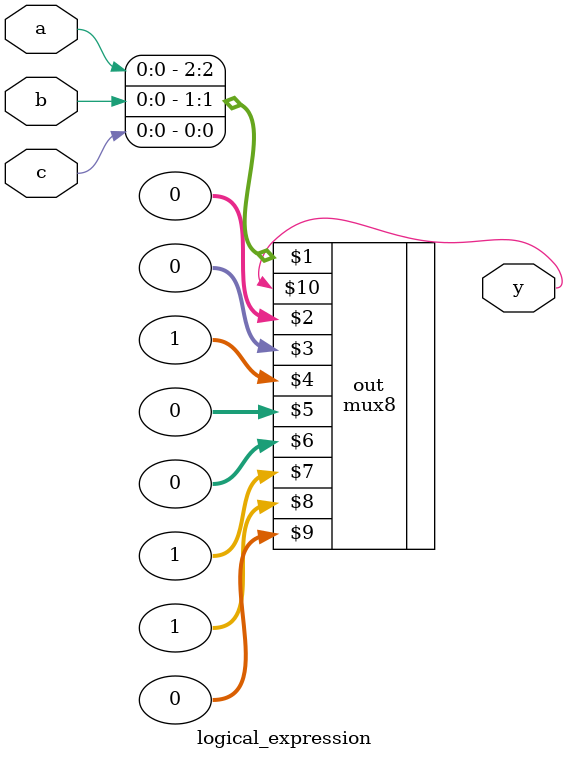
<source format=sv>
module logical_expression(
    input logic a, b, c,
    output logic y);
  mux8 out({a, b, c}, 0, 0, 1, 0, 0, 1, 1, 0, y);
endmodule

</source>
